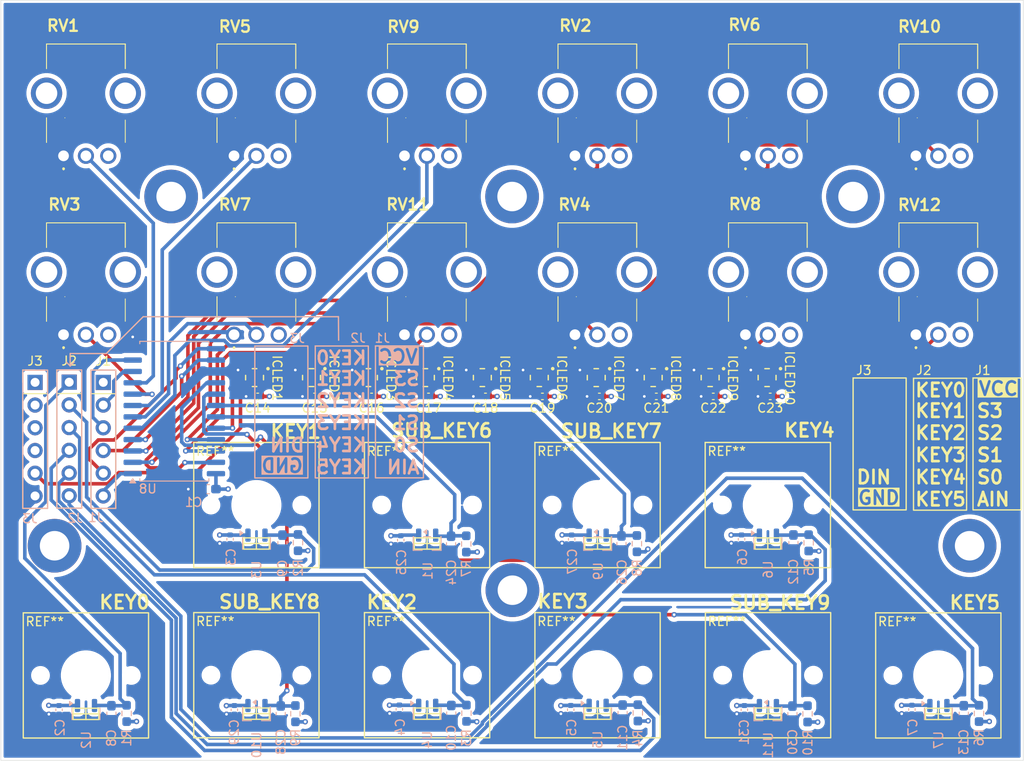
<source format=kicad_pcb>
(kicad_pcb (version 20241229) (generator "pcbnew") (generator_version "9.0")
  (layers (0 "F.Cu" signal) (4 "In1.Cu" signal) (6 "In2.Cu" signal) (2 "B.Cu" signal) (13 "F.Paste" user) (15 "B.Paste" user) (5 "F.SilkS" user "F.Silkscreen") (7 "B.SilkS" user "B.Silkscreen") (1 "F.Mask" user) (3 "B.Mask" user) (25 "Edge.Cuts" user))
  (net 0 "")
  (net 1 "VCC")
  (net 2 "GND")
  (net 3 "/KEY0")
  (net 4 "/KEY1")
  (net 5 "/KEY2")
  (net 6 "/KEY3")
  (net 7 "/KEY4")
  (net 8 "/KEY5")
  (net 9 "/L0")
  (net 10 "/L1")
  (net 11 "/L2")
  (net 12 "/L3")
  (net 13 "/R0")
  (net 14 "/R1")
  (net 15 "/R2")
  (net 16 "/R3")
  (net 17 "/LEDs/DIN")
  (net 18 "Net-(ICLED1-DOUT)")
  (net 19 "Net-(ICLED2-DOUT)")
  (net 20 "Net-(ICLED3-DOUT)")
  (net 21 "Net-(ICLED4-DOUT)")
  (net 22 "Net-(ICLED5-DOUT)")
  (net 23 "Net-(ICLED6-DOUT)")
  (net 24 "Net-(ICLED7-DOUT)")
  (net 25 "Net-(ICLED8-DOUT)")
  (net 26 "Net-(ICLED10-DIN)")
  (net 28 "Net-(J1-Pin_4)")
  (net 29 "Net-(J1-Pin_2)")
  (net 30 "Net-(J1-Pin_3)")
  (net 31 "Net-(J1-Pin_5)")
  (net 32 "/L4")
  (net 33 "/L5")
  (net 34 "/R4")
  (net 35 "/R5")
  (net 36 "/KEY8")
  (net 37 "/KEY9")
  (net 38 "Net-(J1-Pin_6)")
  (net 43 "/KEY6")
  (net 44 "/KEY7")
  (footprint "Capacitor_SMD:C_0402_1005Metric" (layer "F.Cu") (at 146.404545 109.3 180)
    (property "Reference" "C22")
    (property "Value" "100nF" (hide yes))
  )
  (footprint "My_Parts:RK09K1130A5R" (layer "F.Cu") (at 171.55 102.4)
    (property "Reference" "RV12")
    (property "Value" "10k" (hide yes))
  )
  (footprint "My_Parts:GATERON_KS-33C_ONLY" (layer "F.Cu") (at 133.475 121.45)
    (property "Reference" "REF**")
    (property "Value" "GATERON_KS-33C_ONLY" (hide yes))
  )
  (footprint "My_Parts:1312020030000" (layer "F.Cu") (at 107.872727 107.2 180)
    (property "Reference" "ICLED3")
    (property "Value" "~" (hide yes))
  )
  (footprint "Connector_PinHeader_2.54mm:PinHeader_1x06_P2.54mm_Vertical" (layer "F.Cu") (at 78.24 107.73)
    (property "Reference" "J1")
    (property "Value" "Conn_01x06" (hide yes))
  )
  (footprint "My_Parts:1312020030000" (layer "F.Cu") (at 95.145454 107.2 180)
    (property "Reference" "ICLED1")
    (property "Value" "~" (hide yes))
  )
  (footprint "Capacitor_SMD:C_0402_1005Metric" (layer "F.Cu") (at 120.95 109.3 180)
    (property "Reference" "C18")
    (property "Value" "100nF" (hide yes))
  )
  (footprint "My_Parts:GATERON_KS-33C_ONLY" (layer "F.Cu") (at 152.5 121.45)
    (property "Reference" "REF**")
    (property "Value" "GATERON_KS-33C_ONLY" (hide yes))
  )
  (footprint "My_Parts:RK09K1130A5R" (layer "F.Cu") (at 76.3 82.4)
    (property "Reference" "RV1")
    (property "Value" "10k" (hide yes))
  )
  (footprint "My_Parts:RK09K1130A5R" (layer "F.Cu") (at 152.5 102.4)
    (property "Reference" "RV8")
    (property "Value" "10k" (hide yes))
  )
  (footprint "My_Parts:1312020030000" (layer "F.Cu") (at 139.690909 107.2 180)
    (property "Reference" "ICLED8")
    (property "Value" "~" (hide yes))
  )
  (footprint "My_Parts:GATERON_KS-33C_ONLY" (layer "F.Cu") (at 76.3 140.5)
    (property "Reference" "REF**")
    (property "Value" "GATERON_KS-33C_ONLY" (hide yes))
  )
  (footprint "Capacitor_SMD:C_0402_1005Metric" (layer "F.Cu") (at 108.222727 109.3 180)
    (property "Reference" "C16")
    (property "Value" "100nF" (hide yes))
  )
  (footprint "My_Parts:GATERON_KS-33C_ONLY" (layer "F.Cu") (at 133.475 140.475)
    (property "Reference" "REF**")
    (property "Value" "GATERON_KS-33C_ONLY" (hide yes))
  )
  (footprint "Capacitor_SMD:C_0402_1005Metric" (layer "F.Cu") (at 152.768182 109.3 180)
    (property "Reference" "C23")
    (property "Value" "100nF" (hide yes))
  )
  (footprint "Capacitor_SMD:C_0402_1005Metric" (layer "F.Cu") (at 95.495454 109.3 180)
    (property "Reference" "C14")
    (property "Value" "100nF" (hide yes))
  )
  (footprint "My_Parts:RK09K1130A5R" (layer "F.Cu") (at 133.45 102.4)
    (property "Reference" "RV4")
    (property "Value" "10k" (hide yes))
  )
  (footprint "My_Parts:GATERON_KS-33C_ONLY" (layer "F.Cu") (at 95.35 140.475)
    (property "Reference" "REF**")
    (property "Value" "GATERON_KS-33C_ONLY" (hide yes))
  )
  (footprint "My_Parts:1312020030000" (layer "F.Cu") (at 101.509091 107.2 180)
    (property "Reference" "ICLED2")
    (property "Value" "~" (hide yes))
  )
  (footprint "My_Parts:1312020030000" (layer "F.Cu") (at 114.236363 107.2 180)
    (property "Reference" "ICLED4")
    (property "Value" "~" (hide yes))
  )
  (footprint "My_Parts:RK09K1130A5R" (layer "F.Cu") (at 95.35 82.4)
    (property "Reference" "RV5")
    (property "Value" "10k" (hide yes))
  )
  (footprint "My_Parts:1312020030000" (layer "F.Cu") (at 126.963636 107.2 180)
    (property "Reference" "ICLED6")
    (property "Value" "~" (hide yes))
  )
  (footprint "My_Parts:1312020030000" (layer "F.Cu") (at 146.054545 107.2 180)
    (property "Reference" "ICLED9")
    (property "Value" "~" (hide yes))
  )
  (footprint "Connector_PinHeader_2.54mm:PinHeader_1x06_P2.54mm_Vertical" (layer "F.Cu") (at 70.62 107.73)
    (property "Reference" "J3")
    (property "Value" "Conn_01x06" (hide yes))
  )
  (footprint "Capacitor_SMD:C_0402_1005Metric" (layer "F.Cu") (at 114.586363 109.3 180)
    (property "Reference" "C17")
    (property "Value" "100nF" (hide yes))
  )
  (footprint "My_Parts:GATERON_KS-33C_ONLY" (layer "F.Cu") (at 171.55 140.5)
    (property "Reference" "REF**")
    (property "Value" "GATERON_KS-33C_ONLY" (hide yes))
  )
  (footprint "My_Parts:1312020030000" (layer "F.Cu") (at 152.418182 107.2 180)
    (property "Reference" "ICLED10")
    (property "Value" "~" (hide yes))
  )
  (footprint "Capacitor_SMD:C_0402_1005Metric" (layer "F.Cu") (at 101.859091 109.3 180)
    (property "Reference" "C15")
    (property "Value" "100nF" (hide yes))
  )
  (footprint "My_Parts:RK09K1130A5R" (layer "F.Cu") (at 114.4 102.4)
    (property "Reference" "RV11")
    (property "Value" "10k" (hide yes))
  )
  (footprint "My_Parts:RK09K1130A5R" (layer "F.Cu") (at 76.3 102.4)
    (property "Reference" "RV3")
    (property "Value" "10k" (hide yes))
  )
  (footprint "My_Parts:RK09K1130A5R" (layer "F.Cu") (at 152.5 82.4)
    (property "Reference" "RV6")
    (property "Value" "10k" (hide yes))
  )
  (footprint "My_Parts:1312020030000" (layer "F.Cu") (at 120.6 107.2 180)
    (property "Reference" "ICLED5")
    (property "Value" "~" (hide yes))
  )
  (footprint "My_Parts:RK09K1130A5R" (layer "F.Cu") (at 133.45 82.4)
    (property "Reference" "RV2")
    (property "Value" "10k" (hide yes))
  )
  (footprint "My_Parts:1312020030000" (layer "F.Cu") (at 133.327273 107.2 180)
    (property "Reference" "ICLED7")
    (property "Value" "~" (hide yes))
  )
  (footprint "Connector_PinHeader_2.54mm:PinHeader_1x06_P2.54mm_Vertical" (layer "F.Cu") (at 74.43 107.71)
    (property "Reference" "J2")
    (property "Value" "Conn_01x06" (hide yes))
  )
  (footprint "My_Parts:GATERON_KS-33C_ONLY" (layer "F.Cu") (at 114.425 121.45)
    (property "Reference" "REF**")
    (property "Value" "GATERON_KS-33C_ONLY" (hide yes))
  )
  (footprint "Capacitor_SMD:C_0402_1005Metric" (layer "F.Cu") (at 133.677273 109.3 180)
    (property "Reference" "C20")
    (property "Value" "100nF" (hide yes))
  )
  (footprint "My_Parts:GATERON_KS-33C_ONLY" (layer "F.Cu") (at 152.525 140.475)
    (property "Reference" "REF**")
    (property "Value" "GATERON_KS-33C_ONLY" (hide yes))
  )
  (footprint "Capacitor_SMD:C_0402_1005Metric" (layer "F.Cu") (at 127.313636 109.3 180)
    (property "Reference" "C19")
    (property "Value" "100nF" (hide yes))
  )
  (footprint "My_Parts:RK09K1130A5R" (layer "F.Cu") (at 95.35 102.4)
    (property "Reference" "RV7")
    (property "Value" "10k" (hide yes))
  )
  (footprint "My_Parts:RK09K1130A5R" (layer "F.Cu") (at 114.4 82.4)
    (property "Reference" "RV9")
    (property "Value" "10k" (hide yes))
  )
  (footprint "Capacitor_SMD:C_0402_1005Metric" (layer "F.Cu") (at 140.040909 109.3 180)
    (property "Reference" "C21")
    (property "Value" "100nF" (hide yes))
  )
  (footprint "My_Parts:RK09K1130A5R" (layer "F.Cu") (at 171.55 82.4)
    (property "Reference" "RV10")
    (property "Value" "10k" (hide yes))
  )
  (footprint "My_Parts:GATERON_KS-33C_ONLY" (layer "F.Cu") (at 114.425 140.475)
    (property "Reference" "REF**")
    (property "Value" "GATERON_KS-33C_ONLY" (hide yes))
  )
  (footprint "My_Parts:GATERON_KS-33C_ONLY" (layer "F.Cu") (at 95.35 121.45)
    (property "Reference" "REF**")
    (property "Value" "GATERON_KS-33C_ONLY" (hide yes))
  )
  (footprint "Resistor_SMD:R_0603_1608Metric_Pad0.98x0.95mm_HandSolder" (layer "B.Cu") (at 137.975 144.6875 90)
    (property "Reference" "R4")
    (property "Value" "~" (hide yes))
  )
  (footprint "Capacitor_SMD:C_0603_1608Metric_Pad1.08x0.95mm_HandSolder" (layer "B.Cu") (at 174.4 144.75 -90)
    (property "Reference" "C13")
    (property "Value" "~" (hide yes))
  )
  (footprint "Resistor_SMD:R_0603_1608Metric_Pad0.98x0.95mm_HandSolder" (layer "B.Cu") (at 156.94 144.7975 90)
    (property "Reference" "R10")
    (property "Value" "~" (hide yes))
  )
  (footprint "Package_TO_SOT_SMD:SOT-23" (layer "B.Cu") (at 95.36 125.75 -90)
    (property "Reference" "U3")
    (property "Value" "DRV5056A3QDBZR" (hide yes))
  )
  (footprint "Resistor_SMD:R_0603_1608Metric_Pad0.98x0.95mm_HandSolder" (layer "B.Cu") (at 118.8025 125.7975 90)
    (property "Reference" "R7")
    (property "Value" "~" (hide yes))
  )
  (footprint "Capacitor_SMD:C_0603_1608Metric_Pad1.08x0.95mm_HandSolder" (layer "B.Cu") (at 155.25 144.79 -90)
    (property "Reference" "C30")
    (property "Value" "~" (hide yes))
  )
  (footprint "Capacitor_SMD:C_0402_1005Metric" (layer "B.Cu") (at 149.88 144.35 -90)
    (property "Reference" "C31")
    (property "Value" "10nF" (hide yes))
  )
  (footprint "Capacitor_SMD:C_0402_1005Metric" (layer "B.Cu") (at 149.5625 125.27325 -90)
    (property "Reference" "C6")
    (property "Value" "10nF")
  )
  (footprint "Package_TO_SOT_SMD:SOT-23" (layer "B.Cu") (at 152.51 144.8 -90)
    (property "Reference" "U11")
    (property "Value" "DRV5056A3QDBZR" (hide yes))
  )
  (footprint "Capacitor_SMD:C_0402_1005Metric" (layer "B.Cu") (at 111.4825 125.3675 -90)
    (property "Reference" "C25")
    (property "Value" "10nF" (hide yes))
  )
  (footprint "Capacitor_SMD:C_0402_1005Metric" (layer "B.Cu") (at 92.4125 125.27325 -90)
    (property "Reference" "C3")
    (property "Value" "10nF")
  )
  (footprint "Resistor_SMD:R_0603_1608Metric_Pad0.98x0.95mm_HandSolder" (layer "B.Cu") (at 176.1 144.75 90)
    (property "Reference" "R6")
    (property "Value" "~" (hide yes))
  )
  (footprint "Resistor_SMD:R_0603_1608Metric_Pad0.98x0.95mm_HandSolder" (layer "B.Cu") (at 157.0625 125.67325 90)
    (property "Reference" "R5")
    (property "Value" "~" (hide yes))
  )
  (footprint "Capacitor_SMD:C_0402_1005Metric" (layer "B.Cu") (at 130.475 144.3375 -90)
    (property "Reference" "C5")
    (property "Value" "10nF")
  )
  (footprint "Package_TO_SOT_SMD:SOT-23" (layer "B.Cu") (at 171.56 144.8 -90)
    (property "Reference" "U7")
    (property "Value" "DRV5056A3QDBZR" (hide yes))
  )
  (footprint "Capacitor_SMD:C_0603_1608Metric_Pad1.08x0.95mm_HandSolder" (layer "B.Cu") (at 89.9675 119.67 180)
    (property "Reference" "C1")
    (property "Value" "100nF" (hide yes))
  )
  (footprint "Package_TO_SOT_SMD:SOT-23" (layer "B.Cu") (at 76.31 144.8 -90)
    (property "Reference" "U2")
    (property "Value" "DRV5056A3QDBZR" (hide yes))
  )
  (footprint "Capacitor_SMD:C_0603_1608Metric_Pad1.08x0.95mm_HandSolder" (layer "B.Cu") (at 136.14512 125.77 -90)
    (property "Reference" "C26")
    (property "Value" "~" (hide yes))
  )
  (footprint "Resistor_SMD:R_0603_1608Metric_Pad0.98x0.95mm_HandSolder" (layer "B.Cu") (at 137.87 125.7675 90)
    (property "Reference" "R8")
    (property "Value" "~" (hide yes))
  )
  (footprint "Package_TO_SOT_SMD:SOT-23" (layer "B.Cu") (at 95.36 144.8 -90)
    (property "Reference" "U10")
    (property "Value" "DRV5056A3QDBZR" (hide yes))
  )
  (footprint "Package_TO_SOT_SMD:SOT-23" (layer "B.Cu") (at 114.435 125.75 -90)
    (property "Reference" "U1")
    (property "Value" "DRV5056A3QDBZR" (hide yes))
  )
  (footprint "Package_TO_SOT_SMD:SOT-23" (layer "B.Cu") (at 133.485 125.75 -90)
    (property "Reference" "U9")
    (property "Value" "DRV5056A3QDBZR" (hide yes))
  )
  (footprint "Package_TO_SOT_SMD:SOT-23" (layer "B.Cu") (at 152.51 125.75 -90)
    (property "Reference" "U6")
    (property "Value" "DRV5056A3QDBZR" (hide yes))
  )
  (footprint "Capacitor_SMD:C_0603_1608Metric_Pad1.08x0.95mm_HandSolder" (layer "B.Cu") (at 98.07 144.78 -90)
    (property "Reference" "C28")
    (property "Value" "~" (hide yes))
  )
  (footprint "Package_TO_SOT_SMD:SOT-23" (layer "B.Cu") (at 114.435 144.775 -90)
    (property "Reference" "U4")
    (property "Value" "DRV5056A3QDBZR" (hide yes))
  )
  (footprint "Capacitor_SMD:C_0402_1005Metric" (layer "B.Cu") (at 111.325 144.2875 -90)
    (property "Reference" "C4")
    (property "Value" "10nF")
  )
  (footprint "Resistor_SMD:R_0603_1608Metric_Pad0.98x0.95mm_HandSolder" (layer "B.Cu") (at 80.85 144.75 90)
    (property "Reference" "R1")
    (property "Value" "~" (hide yes))
  )
  (footprint "Capacitor_SMD:C_0603_1608Metric_Pad1.08x0.95mm_HandSolder" (layer "B.Cu") (at 98.2625 125.67325 -90)
    (property "Reference" "C9")
    (property "Value" "~" (hide yes))
  )
  (footprint "Capacitor_SMD:C_0603_1608Metric_Pad1.08x0.95mm_HandSolder" (layer "B.Cu") (at 117.125 144.725 -90)
    (property "Reference" "C10")
    (property "Value" "~" (hide yes))
  )
  (footprint "Capacitor_SMD:C_0402_1005Metric" (layer "B.Cu") (at 73.3 144.35 -90)
    (property "Reference" "C2")
    (property "Value" "10nF")
  )
  (footprint "Resistor_SMD:R_0603_1608Metric_Pad0.98x0.95mm_HandSolder" (layer "B.Cu") (at 99.71 144.78 90)
    (property "Reference" "R9")
    (property "Value" "~" (hide yes))
  )
  (footprint "Capacitor_SMD:C_0603_1608Metric_Pad1.08x0.95mm_HandSolder" (layer "B.Cu") (at 136.275 144.675 -90)
    (property "Reference" "C11")
    (property "Value" "~" (hide yes))
  )
  (footprint "Package_TO_SOT_SMD:SOT-23" (layer "B.Cu") (at 133.485 144.775 -90)
    (property "Reference" "U5")
    (property "Value" "DRV5056A3QDBZR" (hide yes))
  )
  (footprint "Resistor_SMD:R_0603_1608Metric_Pad0.98x0.95mm_HandSolder" (layer "B.Cu") (at 118.825 144.725 90)
    (property "Reference" "R3")
    (property "Value" "~" (hide yes))
  )
  (footprint "Capacitor_SMD:C_0603_1608Metric_Pad1.08x0.95mm_HandSolder" (layer "B.Cu") (at 117.1025 125.7975 -90)
    (property "Reference" "C24")
    (property "Value" "~" (hide yes))
  )
  (footprint "Capacitor_SMD:C_0603_1608Metric_Pad1.08x0.95mm_HandSolder" (layer "B.Cu") (at 155.3625 125.66075 -90)
    (property "Reference" "C12")
    (property "Value" "~" (hide yes))
  )
  (footprint "Resistor_SMD:R_0603_1608Metric_Pad0.98x0.95mm_HandSolder" (layer "B.Cu") (at 100 125.65 90)
    (property "Reference" "R2")
    (property "Value" "~" (hide yes))
  )
  (footprint "Capacitor_SMD:C_0402_1005Metric" (layer "B.Cu") (at 168.6 144.3125 -90)
    (property "Reference" "C7")
    (property "Value" "10nF")
  )
  (footprint "Capacitor_SMD:C_0402_1005Metric" (layer "B.Cu") (at 130.58 125.2775 -90)
    (property "Reference" "C27")
    (property "Value" "10nF" (hide yes))
  )
  (footprint "Package_SO:SOIC-24W_7.5x15.4mm_P1.27mm" (layer "B.Cu") (at 86.18 110.955)
    (property "Reference" "U8")
    (property "Value" "CD74HC4067M" (hide yes))
  )
  (footprint "Capacitor_SMD:C_0402_1005Metric" (layer "B.Cu") (at 92.89 144.35 -90)
    (property "Reference" "C29")
    (property "Value" "10nF" (hide yes))
  )
  (footprint "Capacitor_SMD:C_0603_1608Metric_Pad1.08x0.95mm_HandSolder" (layer "B.Cu") (at 79.15 144.75 -90)
    (property "Reference" "C8")
    (property "Value" "~" (hide yes))
  )
  (gr_rect (start 175.43 107.24) (end 180.79 121.99) (stroke (width 0.15)) (fill no) (layer "F.SilkS"))
  (gr_rect (start 168.78 107.27) (end 174.71 122.02) (stroke (width 0.15)) (fill no) (layer "F.SilkS"))
  (gr_rect (start 162.03 107.24) (end 167.96 121.99) (stroke (width 0.15)) (fill no) (layer "F.SilkS"))
  (gr_rect (start 108.655952 103.656222) (end 114.015952 118.406222) (stroke (width 0.15)) (fill no) (layer "B.SilkS"))
  (gr_line (start 74.54 104.51) (end 74.54 105.89) (stroke (width 0.15)) (layer "B.SilkS"))
  (gr_rect (start 73.06 106.34) (end 75.83 121.8) (stroke (width 0.15)) (fill no) (layer "B.SilkS"))
  (gr_rect (start 101.93 103.666222) (end 107.86 118.416222) (stroke (width 0.15)) (fill no) (layer "B.SilkS"))
  (gr_rect (start 69.25 106.36) (end 72.02 121.82) (stroke (width 0.15)) (fill no) (layer "B.SilkS"))
  (gr_rect (start 95.175952 103.666222) (end 101.105952 118.416222) (stroke (width 0.15)) (fill no) (layer "B.SilkS"))
  (gr_line (start 74.54 105.89) (end 74.13 105.48) (stroke (width 0.15)) (layer "B.SilkS"))
  (gr_line (start 104.52 100.39) (end 83.84 100.39) (stroke (width 0.15)) (layer "B.SilkS"))
  (gr_line (start 74.54 105.89) (end 74.98 105.45) (stroke (width 0.15)) (layer "B.SilkS"))
  (gr_rect (start 76.87 106.36) (end 79.64 121.82) (stroke (width 0.15)) (fill no) (layer "B.SilkS"))
  (gr_line (start 104.54 103.01) (end 104.52 100.39) (stroke (width 0.15)) (layer "B.SilkS"))
  (gr_line (start 83.84 100.39) (end 82.7 100.39) (stroke (width 0.15)) (layer "B.SilkS"))
  (gr_line (start 78.58 104.51) (end 74.54 104.51) (stroke (width 0.15)) (layer "B.SilkS"))
  (gr_line (start 82.7 100.39) (end 78.58 104.51) (stroke (width 0.15)) (layer "B.SilkS"))
  (gr_rect (start 66.8 65) (end 181.05 150) (stroke (width 0.05)) (fill no) (layer "Edge.Cuts"))
  (gr_text "AIN" (at 175.71 121.68 0) (layer "F.SilkS") (effects (font (size 1.5 1.5) (thickness 0.3) (bold yes)) (justify left bottom)))
  (gr_text "SUB_KEY8" (at 91.01 133.15 0) (layer "F.SilkS") (effects (font (size 1.5 1.5) (thickness 0.3) (bold yes)) (justify left bottom)))
  (gr_text "SUB_KEY9" (at 148.06 133.25 0) (layer "F.SilkS") (effects (font (size 1.5 1.5) (thickness 0.3) (bold yes)) (justify left bottom)))
  (gr_text "S1" (at 175.71 116.733778 0) (layer "F.SilkS") (effects (font (size 1.5 1.5) (thickness 0.3) (bold yes)) (justify left bottom)))
  (gr_text "S2" (at 175.71 114.260666 0) (layer "F.SilkS") (effects (font (size 1.5 1.5) (thickness 0.3) (bold yes)) (justify left bottom)))
  (gr_text "VCC" (at 175.916667 109.314444 0) (layer "F.SilkS" knockout) (effects (font (size 1.5 1.5) (thickness 0.3) (bold yes)) (justify left bottom)))
  (gr_text "J2" (at 168.98 106.97 0) (layer "F.SilkS") (effects (font (size 1 1)) (justify left bottom)))
  (gr_text "KEY1" (at 96.76 114.12 0) (layer "F.SilkS") (effects (font (size 1.5 1.5) (thickness 0.3) (bold yes)) (justify left bottom)))
  (gr_text "SUB_KEY6" (at 110.26 114 0) (layer "F.SilkS") (effects (font (size 1.5 1.5) (thickness 0.3) (bold yes)) (justify left bottom)))
  (gr_text "KEY2" (at 168.82 114.260666 0) (layer "F.SilkS") (effects (font (size 1.5 1.5) (thickness 0.3) (bold yes)) (justify left bottom)))
  (gr_text "KEY3" (at 126.6 133.1 0) (layer "F.SilkS") (effects (font (size 1.5 1.5) (thickness 0.3) (bold yes)) (justify left bottom)))
  (gr_text "J3" (at 162.27 106.97 0) (layer "F.SilkS") (effects (font (size 1 1)) (justify left bottom)))
  (gr_text "GND" (at 162.42 121.513333 0) (layer "F.SilkS" knockout) (effects (font (size 1.5 1.5) (thickness 0.3) (bold yes)) (justify left bottom)))
  (gr_text "KEY5" (at 172.65 133.24 0) (layer "F.SilkS") (effects (font (size 1.5 1.5) (thickness 0.3) (bold yes)) (justify left bottom)))
  (gr_text "S3" (at 175.696667 111.787555 0) (layer "F.SilkS") (effects (font (size 1.5 1.5) (thickness 0.3) (bold yes)) (justify left bottom)))
  (gr_text "DIN" (at 162.253333 119.206889 0) (layer "F.SilkS") (effects (font (size 1.5 1.5) (thickness 0.3) (bold yes)) (justify left bottom)))
  (gr_text "J1" (at 175.59 106.97 0) (layer "F.SilkS") (effects (font (size 1 1)) (justify left bottom)))
  (gr_text "KEY4" (at 168.82 119.206889 0) (layer "F.SilkS") (effects (font (size 1.5 1.5) (thickness 0.3) (bold yes)) (justify left bottom)))
  (gr_text "S0" (at 175.71 119.206889 0) (layer "F.SilkS") (effects (font (size 1.5 1.5) (thickness 0.3) (bold yes)) (justify left bottom)))
  (gr_text "SUB_KEY7" (at 129.21 114.05 0) (layer "F.SilkS") (effects (font (size 1.5 1.5) (thickness 0.3) (bold yes)) (justify left bottom)))
  (gr_text "KEY0" (at 168.82 109.481111 0) (layer "F.SilkS") (effects (font (size 1.5 1.5) (thickness 0.3) (bold yes)) (justify left bottom)))
  (gr_text "KEY5" (at 168.82 121.68 0) (layer "F.SilkS") (effects (font (size 1.5 1.5) (thickness 0.3) (bold yes)) (justify left bottom)))
  (gr_text "KEY1" (at 168.82 111.787555 0) (layer "F.SilkS") (effects (font (size 1.5 1.5) (thickness 0.3) (bold yes)) (justify left bottom)))
  (gr_text "KEY0" (at 77.63 133.2 0) (layer "F.SilkS") (effects (font (size 1.5 1.5) (thickness 0.3) (bold yes)) (justify left bottom)))
  (gr_text "KEY4" (at 154.16 113.97 0) (layer "F.SilkS") (effects (font (size 1.5 1.5) (thickness 0.3) (bold yes)) (justify left bottom)))
  (gr_text "KEY2" (at 107.5 133.19 0) (layer "F.SilkS") (effects (font (size 1.5 1.5) (thickness 0.3) (bold yes)) (justify left bottom)))
  (gr_text "KEY3" (at 168.82 116.733778 0) (layer "F.SilkS") (effects (font (size 1.5 1.5) (thickness 0.3) (bold yes)) (justify left bottom)))
  (gr_text "S1" (at 113.735952 113.15 -0) (layer "B.SilkS") (effects (font (size 1.5 1.5) (thickness 0.3) (bold yes)) (justify left bottom mirror)))
  (gr_text "AIN" (at 113.735952 118.096222 -0) (layer "B.SilkS") (effects (font (size 1.5 1.5) (thickness 0.3) (bold yes)) (justify left bottom mirror)))
  (gr_text "J1" (at 110.38 103.37 -0) (layer "B.SilkS") (effects (font (size 1 1)) (justify left bottom mirror)))
  (gr_text "KEY4" (at 107.82 115.603111 -0) (layer "B.SilkS") (effects (font (size 1.5 1.5) (thickness 0.3) (bold yes)) (justify left bottom mirror)))
  (gr_text "J2" (at 107.66 103.366222 -0) (layer "B.SilkS") (effects (font (size 1 1)) (justify left bottom mirror)))
  (gr_text "VCC" (at 113.529285 105.730666 -0) (layer "B.SilkS" knockout) (effects (font (size 1.5 1.5) (thickness 0.3) (bold yes)) (justify left bottom mirror)))
  (gr_text "S3" (at 113.749285 108.203777 -0) (layer "B.SilkS") (effects (font (size 1.5 1.5) (thickness 0.3) (bold yes)) (justify left bottom mirror)))
  (gr_text "S2" (at 113.735952 110.676888 -0) (layer "B.SilkS") (effects (font (size 1.5 1.5) (thickness 0.3) (bold yes)) (justify left bottom mirror)))
  (gr_text "DIN" (at 100.882619 115.633111 -0) (layer "B.SilkS") (effects (font (size 1.5 1.5) (thickness 0.3) (bold yes)) (justify left bottom mirror)))
  (gr_text "KEY0" (at 107.82 105.877333 -0) (layer "B.SilkS") (effects (font (size 1.5 1.5) (thickness 0.3) (bold yes)) (justify left bottom mirror)))
  (gr_text "KEY3" (at 107.82 113.13 -0) (layer "B.SilkS") (effects (font (size 1.5 1.5) (thickness 0.3) (bold yes)) (justify left bottom mirror)))
  (gr_text "J3" (at 100.865952 103.396222 -0) (layer "B.SilkS") (effects (font (size 1 1)) (justify left bottom mirror)))
  (gr_text "KEY5" (at 107.82 118.076222 -0) (layer "B.SilkS") (effects (font (size 1.5 1.5) (thickness 0.3) (bold yes)) (justify left bottom mirror)))
  (gr_text "S0" (at 113.735952 115.623111 -0) (layer "B.SilkS") (effects (font (size 1.5 1.5) (thickness 0.3) (bold yes)) (justify left bottom mirror)))
  (gr_text "J2" (at 76.05 123.5 -0) (layer "B.SilkS") (effects (font (size 1 1)) (justify left bottom mirror)))
  (gr_text "GND" (at 100.715952 117.939555 -0) (layer "B.SilkS" knockout) (effects (font (size 1.5 1.5) (thickness 0.3) (bold yes)) (justify left bottom mirror)))
  (gr_text "KEY1" (at 107.82 108.183777 -0) (layer "B.SilkS") (effects (font (size 1.5 1.5) (thickness 0.3) (bold yes)) (justify left bottom mirror)))
  (gr_text "KEY2" (at 107.82 110.656888 -0) (layer "B.SilkS") (effects (font (size 1.5 1.5) (thickness 0.3) (bold yes)) (justify left bottom mirror)))
  (gr_text "J1" (at 78.36 123.43 -0) (layer "B.SilkS") (effects (font (size 1 1)) (justify left bottom mirror)))
  (gr_text "J3" (at 70.99 123.55 -0) (layer "B.SilkS") (effects (font (size 1 1)) (justify left bottom mirror)))
  (via (at 123.96 130.97) (size 6) (drill 3.3) (layers "F.Cu" "B.Cu") (net 0))
  (via (at 72.8 126) (size 6) (drill 3.3) (layers "F.Cu" "B.Cu") (net 0))
  (via (at 85.825 86.95) (size 6) (drill 3.3) (layers "F.Cu" "B.Cu") (net 0))
  (via (at 175.05 126) (size 6) (drill 3.3) (layers "F.Cu" "B.Cu") (net 0))
  (via (at 162.025 86.95) (size 6) (drill 3.3) (layers "F.Cu" "B.Cu") (net 0))
  (via (at 123.925 86.95) (size 6) (drill 3.3) (layers "F.Cu" "B.Cu") (net 0))
  (segment (start 108.702727 108.07) (end 108.722727 108.05) (width 0.4) (layer "F.Cu") (net 1))
  (segment (start 115.066363 108.07) (end 115.086363 108.05) (width 0.4) (layer "F.Cu") (net 1))
  (segment (start 120.03 126.7) (end 120.05 126.72) (width 0.4) (layer "F.Cu") (net 1))
  (segment (start 153.248182 109.3) (end 153.248182 108.07) (width 0.4) (layer "F.Cu") (net 1))
  (segment (start 121.43 109.3) (end 121.43 108.07) (width 0.4) (layer "F.Cu") (net 1))
  (segment (start 140.520909 108.07) (end 140.540909 108.05) (width 0.4) (layer "F.Cu") (net 1))
  (segment (start 115.066363 109.3) (end 115.066363 108.07) (width 0.4) (layer "F.Cu") (net 1))
  (segment (start 146.884545 109.3) (end 147.7 109.3) (width 0.4) (layer "F.Cu") (net 1))
  (segment (start 134.157273 109.3) (end 134.157273 108.07) (width 0.4) (layer "F.Cu") (net 1))
  (segment (start 140.520909 109.3) (end 141.35 109.3) (width 0.4) (layer "F.Cu") (net 1))
  (segment (start 95.975454 109.3) (end 95.975454 108.07) (width 0.4) (layer "F.Cu") (net 1))
  (segment (start 102.339091 108.07) (end 102.359091 108.05) (width 0.4) (layer "F.Cu") (net 1))
  (segment (start 146.884545 109.3) (end 146.884545 108.07) (width 0.4) (layer "F.Cu") (net 1))
  (segment (start 140.520909 109.3) (end 140.520909 108.07) (width 0.4) (layer "F.Cu") (net 1))
  (segment (start 95.975454 109.3) (end 96.8 109.3) (width 0.4) (layer "F.Cu") (net 1))
  (segment (start 121.43 108.07) (end 121.45 108.05) (width 0.4) (layer "F.Cu") (net 1))
  (segment (start 153.248182 109.3) (end 154.1 109.3) (width 0.4) (layer "F.Cu") (net 1))
  (segment (start 102.339091 109.3) (end 102.339091 108.07) (width 0.4) (layer "F.Cu") (net 1))
  (segment (start 115.066363 109.3) (end 115.9 109.3) (width 0.4) (layer "F.Cu") (net 1))
  (segment (start 146.884545 108.07) (end 146.904545 108.05) (width 0.4) (layer "F.Cu") (net 1))
  (segment (start 108.702727 109.3) (end 108.702727 108.07) (width 0.4) (layer "F.Cu") (net 1))
  (segment (start 121.43 109.3) (end 122.25 109.3) (width 0.4) (layer "F.Cu") (net 1))
  (segment (start 95.975454 108.07) (end 95.995454 108.05) (width 0.4) (layer "F.Cu") (net 1))
  (segment (start 108.702727 109.3) (end 109.55 109.3) (width 0.4) (layer "F.Cu") (net 1))
  (segment (start 127.793636 109.3) (end 127.793636 108.07) (width 0.4) (layer "F.Cu") (net 1))
  (segment (start 134.157273 108.07) (end 134.177273 108.05) (width 0.4) (layer "F.Cu") (net 1))
  (segment (start 153.248182 108.07) (end 153.268182 108.05) (width 0.4) (layer "F.Cu") (net 1))
  (segment (start 134.157273 109.3) (end 135 109.3) (width 0.4) (layer "F.Cu") (net 1))
  (segment (start 127.793636 108.07) (end 127.813636 108.05) (width 0.4) (layer "F.Cu") (net 1))
  (segment (start 127.793636 109.3) (end 128.65 109.3) (width 0.4) (layer "F.Cu") (net 1))
  (segment (start 102.339091 109.3) (end 103.2 109.3) (width 0.4) (layer "F.Cu") (net 1))
  (via (at 100.8 145.68) (size 0.6) (drill 0.3) (layers "F.Cu" "B.Cu") (net 1))
  (via (at 141.35 109.3) (size 0.6) (drill 0.3) (layers "F.Cu" "B.Cu") (net 1))
  (via (at 110.225 143.825) (size 0.6) (drill 0.3) (layers "F.Cu" "B.Cu") (net 1))
  (via (at 158.2 126.6) (size 0.6) (drill 0.3) (layers "F.Cu" "B.Cu") (net 1))
  (via (at 149.03 143.87) (size 0.6) (drill 0.3) (layers "F.Cu" "B.Cu") (net 1))
  (via (at 139.125 145.575) (size 0.6) (drill 0.3) (layers "F.Cu" "B.Cu") (net 1))
  (via (at 135 109.3) (size 0.6) (drill 0.3) (layers "F.Cu" "B.Cu") (net 1))
  (via (at 92.19 119.66) (size 0.6) (drill 0.3) (layers "F.Cu" "B.Cu") (net 1))
  (via (at 96.8 109.3) (size 0.6) (drill 0.3) (layers "F.Cu" "B.Cu") (net 1))
  (via (at 139.096201 126.376201) (size 0.6) (drill 0.3) (layers "F.Cu" "B.Cu") (net 1))
  (via (at 103.2 109.3) (size 0.6) (drill 0.3) (layers "F.Cu" "B.Cu") (net 1))
  (via (at 72.15 143.85) (size 0.6) (drill 0.3) (layers "F.Cu" "B.Cu") (net 1))
  (via (at 129.375 143.875) (size 0.6) (drill 0.3) (layers "F.Cu" "B.Cu") (net 1))
  (via (at 129.51 124.79) (size 0.6) (drill 0.3) (layers "F.Cu" "B.Cu") (net 1))
  (via (at 154.1 109.3) (size 0.6) (drill 0.3) (layers "F.Cu" "B.Cu") (net 1))
  (via (at 158.07 145.72) (size 0.6) (drill 0.3) (layers "F.Cu" "B.Cu") (net 1))
  (via (at 119.975 145.675) (size 0.6) (drill 0.3) (layers "F.Cu" "B.Cu") (net 1))
  (via (at 91.25 124.8) (size 0.6) (drill 0.3) (layers "F.Cu" "B.Cu") (net 1))
  (via (at 110.39 124.88) (size 0.6) (drill 0.3) (layers "F.Cu" "B.Cu") (net 1))
  (via (at 115.9 109.3) (size 0.6) (drill 0.3) (layers "F.Cu" "B.Cu") (net 1))
  (via (at 148.4 124.8) (size 0.6) (drill 0.3) (layers "F.Cu" "B.Cu") (net 1))
  (via (at 147.7 109.3) (size 0.6) (drill 0.3) (layers "F.Cu" "B.Cu") (net 1))
  (via (at 120.03 126.7) (size 0.6) (drill 0.3) (layers "F.Cu" "B.Cu") (net 1))
  (via (at 177.25 145.65) (size 0.6) (drill 0.3) (layers "F.Cu" "B.Cu") (net 1))
  (via (at 109.55 109.3) (size 0.6) (drill 0.3) (layers "F.Cu" "B.Cu") (net 1))
  (via (at 101.1 126.55) (size 0.6) (drill 0.3) (layers "F.Cu" "B.Cu") (net 1))
  (via (at 122.25 109.3) (size 0.6) (drill 0.3) (layers "F.Cu" "B.Cu") (net 1))
  (via (at 167.45 143.85) (size 0.6) (drill 0.3) (layers "F.Cu" "B.Cu") (net 1))
  (via (at 128.65 109.3) (size 0.6) (drill 0.3) (layers "F.Cu" "B.Cu") (net 1))
  (via (at 81.95 145.65) (size 0.6) (drill 0.3) (layers "F.Cu" "B.Cu") (net 1))
  (via (at 92 143.88) (size 0.6) (drill 0.3) (layers "F.Cu" "B.Cu") (net 1))
  (segment (start 75.35 143.8625) (end 73.3125 143.8625) (width 0.4) (layer "B.Cu") (net 1))
  (segment (start 148.40675 124.79325) (end 148.4 124.8) (width 0.4) (layer "B.Cu") (net 1))
  (segment (start 149.8875 143.8625) (end 149.88 143.87) (width 0.4) (layer "B.Cu") (net 1))
  (segment (start 129.5175 124.7975) (end 129.51 124.79) (width 0.4) (layer "B.Cu") (net 1))
  (segment (start 111.355 143.8375) (end 111.325 143.8075) (width 0.4) (layer "B.Cu") (net 1))
  (segment (start 72.175 143.875) (end 72.15 143.85) (width 0.4) (layer "B.Cu") (net 1))
  (segment (start 73.3125 143.8625) (end 73.3 143.875) (width 0.4) (layer "B.Cu") (net 1))
  (segment (start 111.4825 124.8875) (end 110.3975 124.8875) (width 0.4) (layer "B.Cu") (net 1))
  (segment (start 167.4675 143.8325) (end 167.45 143.85) (width 0.4) (layer "B.Cu") (net 1))
  (segment (start 176.1 145.6625) (end 177.2375 145.6625) (width 0.4) (layer "B.Cu") (net 1))
  (segment (start 177.2375 145.6625) (end 177.25 145.65) (width 0.4) (layer "B.Cu") (net 1))
  (segment (start 92.43175 124.8125) (end 92.4125 124.79325) (width 0.4) (layer "B.Cu") (net 1))
  (segment (start 99.71 145.6925) (end 100.7875 145.6925) (width 0.4) (layer "B.Cu") (net 1))
  (segment (start 168.6 143.8325) (end 170.57 143.8325) (width 0.4) (layer "B.Cu") (net 1))
  (segment (start 132.505 143.8575) (end 132.525 143.8375) (width 0.4) (layer "B.Cu") (net 1))
  (segment (start 130.475 143.8575) (end 132.505 143.8575) (width 0.4) (layer "B.Cu") (net 1))
  (segment (start 92.40575 124.8) (end 92.4125 124.79325) (width 0.4) (layer "B.Cu") (net 1))
  (segment (start 151.56 143.8625) (end 149.8875 143.8625) (width 0.4) (layer "B.Cu") (net 1))
  (segment (start 151.53075 124.79325) (end 151.55 124.8125) (width 0.4) (layer "B.Cu") (net 1))
  (segment (start 149.5625 124.79325) (end 148.40675 124.79325) (width 0.4) (layer "B.Cu") (net 1))
  (segment (start 94.4 124.8125) (end 92.43175 124.8125) (width 0.4) (layer "B.Cu") (net 1))
  (segment (start 110.3975 124.8875) (end 110.39 124.88) (width 0.4) (layer "B.Cu") (net 1))
  (segment (start 130.58 124.7975) (end 129.5175 124.7975) (width 0.4) (layer "B.Cu") (net 1))
  (segment (start 138.792402 126.68) (end 139.096201 126.376201) (width 0.4) (layer "B.Cu") (net 1))
  (segment (start 90.83 119.67) (end 92.18 119.67) (width 0.4) (layer "B.Cu") (net 1))
  (segment (start 92.01 143.87) (end 92 143.88) (width 0.4) (layer "B.Cu") (net 1))
  (segment (start 118.8025 126.71) (end 120.02 126.71) (width 0.4) (layer "B.Cu") (net 1))
  (segment (start 137.87 126.68) (end 138.792402 126.68) (width 0.4) (layer "B.Cu") (net 1))
  (segment (start 111.3075 143.825) (end 111.325 143.8075) (width 0.4) (layer "B.Cu") (net 1))
  (segment (start 92.89 143.87) (end 92.01 143.87) (width 0.4) (layer "B.Cu") (net 1))
  (segment (start 149.5625 124.79325) (end 151.53075 124.79325) (width 0.4) (layer "B.Cu") (net 1))
  (segment (start 100 126.5625) (end 101.0875 126.5625) (width 0.4) (layer "B.Cu") (net 1))
  (segment (start 130.475 143.8575) (end 129.3925 143.8575) (width 0.4) (layer "B.Cu") (net 1))
  (segment (start 113.475 143.8375) (end 111.355 143.8375) (width 0.4) (layer "B.Cu") (net 1))
  (segment (start 137.975 145.6) (end 139.1 145.6) (width 0.4) (layer "B.Cu") (net 1))
  (segment (start 132.535 124.8125) (end 130.595 124.8125) (width 0.4) (layer "B.Cu") (net 1))
  (segment (start 120.02 126.71) (end 120.03 126.7) (width 0.4) (layer "B.Cu") (net 1))
  (segment (start 92.18 119.67) (end 92.19 119.66) (width 0.4) (layer "B.Cu") (net 1))
  (segment (start 94.41 143.8625) (end 92.8975 143.8625) (width 0.4) (layer "B.Cu") (net 1))
  (segment (start 111.5575 124.8125) (end 111.4825 124.8875) (width 0.4) (layer "B.Cu") (net 1))
  (segment (start 80.85 145.6625) (end 81.9375 145.6625) (width 0.4) (layer "B.Cu") (net 1))
  (segment (start 110.2375 143.8125) (end 110.225 143.825) (width 0.4) (layer "B.Cu") (net 1))
  (segment (start 92.8975 143.8625) (end 92.89 143.87) (width 0.4) (layer "B.Cu") (net 1))
  (segment (start 168.6 143.8325) (end 167.4675 143.8325) (width 0.4) (layer "B.Cu") (net 1))
  (segment (start 170.57 143.8325) (end 170.6 143.8625) (width 0.4) (layer "B.Cu") (net 1))
  (segment (start 158.06 145.71) (end 158.07 145.72) (width 0.4) (layer "B.Cu") (net 1))
  (segment (start 90.83 119.67) (end 90.83 117.94) (width 0.4) (layer "B.Cu") (net 1))
  (segment (start 156.94 145.71) (end 158.06 145.71) (width 0.4) (layer "B.Cu") (net 1))
  (segment (start 157.0625 126.58575) (end 158.18575 126.58575) (width 0.4) (layer "B.Cu") (net 1))
  (segment (start 91.25175 124.79825) (end 91.25 124.8) (width 0.4) (layer "B.Cu") (net 1))
  (segment (start 113.485 124.8125) (end 111.5575 124.8125) (width 0.4) (layer "B.Cu") (net 1))
  (segment (start 118.825 145.6375) (end 119.9375 145.6375) (width 0.4) (layer "B.Cu") (net 1))
  (segment (start 73.3 143.875) (end 72.175 143.875) (width 0.4) (layer "B.Cu") (net 1))
  (segment (start 158.18575 126.58575) (end 158.2 126.6) (width 0.4) (layer "B.Cu") (net 1))
  (segment (start 81.9375 145.6625) (end 81.95 145.65) (width 0.4) (layer "B.Cu") (net 1))
  (segment (start 110.225 143.825) (end 111.3075 143.825) (width 0.4) (layer "B.Cu") (net 1))
  (segment (start 129.3925 143.8575) (end 129.375 143.875) (width 0.4) (layer "B.Cu") (net 1))
  (segment (start 139.1 145.6) (end 139.125 145.575) (width 0.4) (layer "B.Cu") (net 1))
  (segment (start 130.595 124.8125) (end 130.58 124.7975) (width 0.4) (layer "B.Cu") (net 1))
  (segment (start 149.88 143.87) (end 149.03 143.87) (width 0.4) (layer "B.Cu") (net 1))
  (segment (start 91.25 124.8) (end 92.40575 124.8) (width 0.4) (layer "B.Cu") (net 1))
  (segment (start 101.0875 126.5625) (end 101.1 126.55) (width 0.4) (layer "B.Cu") (net 1))
  (segment (start 100.7875 145.6925) (end 100.8 145.68) (width 0.4) (layer "B.Cu") (net 1))
  (segment (start 119.9375 145.6375) (end 119.975 145.675) (width 0.4) (layer "B.Cu") (net 1))
  (segment (start 100.659091 106.35) (end 99.7 106.35) (width 0.4) (layer "F.Cu") (net 2))
  (segment (start 126.113636 106.35) (end 125.15 106.35) (width 0.4) (layer "F.Cu") (net 2))
  (segment (start 95.015454 109.3) (end 94.2 109.3) (width 0.4) (layer "F.Cu") (net 2))
  (segment (start 114.106363 109.3) (end 113.25 109.3) (width 0.4) (layer "F.Cu") (net 2))
  (segment (start 145.924545 109.3) (end 145.05 109.3) (width 0.4) (layer "F.Cu") (net 2))
  (segment (start 132.477273 106.35) (end 131.5 106.35) (width 0.4) (layer "F.Cu") (net 2))
  (segment (start 152.288182 109.3) (end 151.4 109.3) (width 0.4) (layer "F.Cu") (net 2))
  (segment (start 94.295454 106.35) (end 93.3 106.35) (width 0.4) (layer "F.Cu") (net 2))
  (segment (start 107.742727 109.3) (end 106.9 109.3) (width 0.4) (layer "F.Cu") (net 2))
  (segment (start 120.47 109.3) (end 119.6 109.3) (width 0.4) (layer "F.Cu") (net 2))
  (segment (start 133.197273 109.3) (end 132.3 109.3) (width 0.4) (layer "F.Cu") (net 2))
  (segment (start 145.204545 106.35) (end 144.25 106.35) (width 0.4) (layer "F.Cu") (net 2))
  (segment (start 119.75 106.35) (end 118.8 106.35) (width 0.4) (layer "F.Cu") (net 2))
  (segment (start 151.568182 106.35) (end 150.6 106.35) (width 0.4) (layer "F.Cu") (net 2))
  (segment (start 126.833636 109.3) (end 125.95 109.3) (width 0.4) (layer "F.Cu") (net 2))
  (segment (start 101.379091 109.3) (end 100.5 109.3) (width 0.4) (layer "F.Cu") (net 2))
  (segment (start 107.022727 106.35) (end 106.05 106.35) (width 0.4) (layer "F.Cu") (net 2))
  (segment (start 113.386363 106.35) (end 112.4 106.35) (width 0.4) (layer "F.Cu") (net 2))
  (segment (start 139.560909 109.3) (end 138.7 109.3) (width 0.4) (layer "F.Cu") (net 2))
  (segment (start 138.840909 106.35) (end 137.9 106.35) (width 0.4) (layer "F.Cu") (net 2))
  (via (at 112.4 106.35) (size 0.6) (drill 0.3) (layers "F.Cu" "B.Cu") (net 2))
  (via (at 145.05 109.3) (size 0.6) (drill 0.3) (layers "F.Cu" "B.Cu") (net 2))
  (via (at 92.01 144.84) (size 0.6) (drill 0.3) (layers "F.Cu" "B.Cu") (net 2))
  (via (at 138.7 109.3) (size 0.6) (drill 0.3) (layers "F.Cu" "B.Cu") (net 2))
  (via (at 94.2 109.3) (size 0.6) (drill 0.3) (layers "F.Cu" "B.Cu") (net 2))
  (via (at 149.03 144.81) (size 0.6) (drill 0.3) (layers "F.Cu" "B.Cu") (net 2))
  (via (at 151.4 109.3) (size 0.6) (drill 0.3) (layers "F.Cu" "B.Cu") (net 2))
  (via (at 119.6 109.3) (size 0.6) (drill 0.3) (layers "F.Cu" "B.Cu") (net 2))
  (via (at 100.5 109.3) (size 0.6) (drill 0.3) (layers "F.Cu" "B.Cu") (net 2))
  (via (at 87.74 119.67) (size 0.6) (drill 0.3) (layers "F.Cu" "B.Cu") (net 2))
  (via (at 148.42 125.74) (size 0.6) (drill 0.3) (layers "F.Cu" "B.Cu") (net 2))
  (via (at 132.3 109.3) (size 0.6) (drill 0.3) (layers "F.Cu" "B.Cu") (net 2))
  (via (at 91.25 125.75) (size 0.6) (drill 0.3) (layers "F.Cu" "B.Cu") (net 2))
  (via (at 110.24 144.76) (size 0.6) (drill 0.3) (layers "F.Cu" "B.Cu") (net 2))
  (via (at 129.38 144.79) (size 0.6) (drill 0.3) (layers "F.Cu" "B.Cu") (net 2))
  (via (at 106.05 106.35) (size 0.6) (drill 0.3) (layers "F.Cu" "B.Cu") (net 2))
  (via (at 125.15 106.35) (size 0.6) (drill 0.3) (layers "F.Cu" "B.Cu") (net 2))
  (via (at 137.9 106.35) (size 0.6) (drill 0.3) (layers "F.Cu" "B.Cu") (net 2))
  (via (at 99.7 106.35) (size 0.6) (drill 0.3) (layers "F.Cu" "B.Cu") (net 2))
  (via (at 106.9 109.3) (size 0.6) (drill 0.3) (layers "F.Cu" "B.Cu") (net 2))
  (via (at 113.25 109.3) (size 0.6) (drill 0.3) (layers "F.Cu" "B.Cu") (net 2))
  (via (at 93.3 106.35) (size 0.6) (drill 0.3) (layers "F.Cu" "B.Cu") (net 2))
  (via (at 110.39 125.83) (size 0.6) (drill 0.3) (layers "F.Cu" "B.Cu") (net 2))
  (via (at 144.25 106.35) (size 0.6) (drill 0.3) (layers "F.Cu" "B.Cu") (net 2))
  (via (at 125.95 109.3) (size 0.6) (drill 0.3) (layers "F.Cu" "B.Cu") (net 2))
  (via (at 150.6 106.35) (size 0.6) (drill 0.3) (layers "F.Cu" "B.Cu") (net 2))
  (via (at 167.46 144.79) (size 0.6) (drill 0.3) (layers "F.Cu" "B.Cu") (net 2))
  (via (at 72.16 144.84) (size 0.6) (drill 0.3) (layers "F.Cu" "B.Cu") (net 2))
  (via (at 131.5 106.35) (size 0.6) (drill 0.3) (layers "F.Cu" "B.Cu") (net 2))
  (via (at 129.5 125.73) (size 0.6) (drill 0.3) (layers "F.Cu" "B.Cu") (net 2))
  (via (at 81.53 102.65) (size 0.6) (drill 0.3) (layers "F.Cu" "B.Cu") (net 2))
  (via (at 118.8 106.35) (size 0.6) (drill 0.3) (layers "F.Cu" "B.Cu") (net 2))
  (segment (start 114.4625 126.66) (end 114.435 126.6875) (width 0.4) (layer "B.Cu") (net 2))
  (segment (start 150.7875 145.7375) (end 149.88 144.83) (width 0.4) (layer "B.Cu") (net 2))
  (segment (start 98.07 145.6425) (end 95.455 145.6425) (width 0.4) (layer "B.Cu") (net 2))
  (segment (start 91.25325 125.75325) (end 91.25 125.75) (width 0.4) (layer "B.Cu") (net 2))
  (segment (start 111.325 144.7675) (end 110.2475 144.7675) (width 0.4) (layer "B.Cu") (net 2))
  (segment (start 111.4825 125.8475) (end 110.4075 125.8475) (width 0.4) (layer "B.Cu") (net 2))
  (segment (start 129.5275 125.7575) (end 129.5 125.73) (width 0.4) (layer "B.Cu") (net 2))
  (segment (start 112.3225 126.6875) (end 111.4825 125.8475) (width 0.4) (layer "B.Cu") (net 2))
  (segment (start 76.3 145.7375) (end 74.2075 145.7375) (width 0.4) (layer "B.Cu") (net 2))
  (segment (start 92.89 144.83) (end 92.02 144.83) (width 0.4) (layer "B.Cu") (net 2))
  (segment (start 95.455 145.6425) (end 95.36 145.7375) (width 0.4) (layer "B.Cu") (net 2))
  (segment (start 90.83 106.51) (end 93.14 106.51) (width 0.4) (layer "B.Cu") (net 2))
  (segment (start 93.34675 126.6875) (end 92.4125 125.75325) (width 0.4) (layer "B.Cu") (net 2))
  (segment (start 79.025 145.7375) (end 79.15 145.6125) (width 0.4) (layer "B.Cu") (net 2))
  (segment (start 117.1025 126.66) (end 114.4625 126.66) (width 0.4) (layer "B.Cu") (net 2))
  (segment (start 133.54 126.6325) (end 133.485 126.6875) (width 0.4) (layer "B.Cu") (net 2))
  (segment (start 133.475 145.7125) (end 131.37 145.7125) (width 0.4) (layer "B.Cu") (net 2))
  (segment (start 148.43325 125.75325) (end 148.42 125.74) (width 0.4) (layer "B.Cu") (net 2))
  (segment (start 81.53 103.97) (end 81.53 102.65) (width 0.4) (layer "B.Cu") (net 2))
  (segment (start 95.36 145.7375) (end 93.7975 145.7375) (width 0.4) (layer "B.Cu") (net 2))
  (segment (start 76.3 145.7375) (end 79.025 145.7375) (width 0.4) (layer "B.Cu") (net 2))
  (segment (start 136.1 145.7125) (end 136.275 145.5375) (width 0.4) (layer "B.Cu") (net 2))
  (segment (start 112.27 145.7125) (end 111.325 144.7675) (width 0.4) (layer "B.Cu") (net 2))
  (segment (start 114.425 145.7125) (end 112.27 145.7125) (width 0.4) (layer "B.Cu") (net 2))
  (segment (start 131.51 126.6875) (end 130.58 125.7575) (width 0.4) (layer "B.Cu") (net 2))
  (segment (start 130.475 144.8175) (end 129.4075 144.8175) (width 0.4) (layer "B.Cu") (net 2))
  (segment (start 149.88 144.83) (end 149.05 144.83) (width 0.4) (layer "B.Cu") (net 2))
  (segment (start 171.55 145.7375) (end 169.545 145.7375) (width 0.4) (layer "B.Cu") (net 2))
  (segment (start 117 145.7125) (end 117.125 145.5875) (width 0.4) (layer "B.Cu") (net 2))
  (segment (start 74.2075 145.7375) (end 73.3 144.83) (width 0.4) (layer "B.Cu") (net 2))
  (segment (start 171.55 145.7375) (end 174.275 145.7375) (width 0.4) (layer "B.Cu") (net 2))
  (segment (start 95.35 126.6875) (end 93.34675 126.6875) (width 0.4) (layer "B.Cu") (net 2))
  (segment (start 110.2475 144.7675) (end 110.24 144.76) (width 0.4) (layer "B.Cu") (net 2))
  (segment (start 167.4625 144.7925) (end 167.46 144.79) (width 0.4) (layer "B.Cu") (net 2))
  (segment (start 92.4125 125.75325) (end 91.25325 125.75325) (width 0.4) (layer "B.Cu") (net 2))
  (segment (start 89.105 119.67) (end 87.74 119.67) (width 0.4) (layer "B.Cu") (net 2))
  (segment (start 114.425 145.7125) (end 117 145.7125) (width 0.4) (layer "B.Cu") (net 2))
  (segment (start 72.17 144.83) (end 72.16 144.84) (width 0.4) (layer "B.Cu") (net 2))
  (segment (start 152.595 145.6525) (end 152.51 145.7375) (width 0.4) (layer "B.Cu") (net 2))
  (segment (start 92.02 144.83) (end 92.01 144.84) (width 0.4) (layer "B.Cu") (net 2))
  (segment (start 133.485 126.6875) (end 131.51 126.6875) (width 0.4) (layer "B.Cu") (net 2))
  (segment (start 155.19825 126.6875) (end 155.3625 126.52325) (width 0.4) (layer "B.Cu") (net 2))
  (segment (start 114.435 126.6875) (end 112.3225 126.6875) (width 0.4) (layer "B.Cu") (net 2))
  (segment (start 136.14512 126.6325) (end 133.54 126.6325) (width 0.4) (layer "B.Cu") (net 2))
  (segment (start 93.7975 145.7375) (end 92.89 144.83) (width 0.4) (layer "B.Cu") (net 2))
  (segment (start 168.6 144.7925) (end 167.4625 144.7925) (width 0.4) (layer "B.Cu") (net 2))
  (segment (start 133.475 145.7125) (end 136.1 145.7125) (width 0.4) (layer "B.Cu") (net 2))
  (segment (start 130.58 125.7575) (end 129.5275 125.7575) (width 0.4) (layer "B.Cu") (net 2))
  (segment (start 95.35 126.6875) (end 98.11075 126.6875) (width 0.4) (layer "B.Cu") (net 2))
  (segment (start 93.14 106.51) (end 93.3 106.35) (width 0.4) (layer "B.Cu") (net 2))
  (segment (start 155.25 145.6525) (end 152.595 145.6525) (width 0.4) (layer "B.Cu") (net 2))
  (segment (start 129.4075 144.8175) (end 129.38 144.79) (width 0.4) (layer "B.Cu") (net 2))
  (segment (start 174.275 145.7375) (end 174.4 145.6125) (width 0.4) (layer "B.Cu") (net 2))
  (segment (start 149.05 144.83) (end 149.03 144.81) (width 0.4) (layer "B.Cu") (net 2))
  (segment (start 152.5 126.6875) (end 155.19825 126.6875) (width 0.4) (layer "B.Cu") (net 2))
  (segment (start 73.3 144.83) (end 72.17 144.83) (width 0.4) (layer "B.Cu") (net 2))
  (segment (start 152.51 145.7375) (end 150.7875 145.7375) (width 0.4) (layer "B.Cu") (net 2))
  (segment (start 169.545 145.7375) (end 168.6 144.7925) (width 0.4) (layer "B.Cu") (net 2))
  (segment (start 152.5 126.6875) (end 150.49675 126.6875) (width 0.4) (layer "B.Cu") (net 2))
  (segment (start 149.5625 125.75325) (end 148.43325 125.75325) (width 0.4) (layer "B.Cu") (net 2))
  (segment (start 98.11075 126.6875) (end 98.2625 126.53575) (width 0.4) (layer "B.Cu") (net 2))
  (segment (start 110.4075 125.8475) (end 110.39 125.83) (width 0.4) (layer "B.Cu") (net 2))
  (segment (start 131.37 145.7125) (end 130.475 144.8175) (width 0.4) (layer "B.Cu") (net 2))
  (segment (start 150.49675 126.6875) (end 149.5625 125.75325) (width 0.4) (layer "B.Cu") (net 2))
  (segment (start 79.15 143.8875) (end 80.8 143.8875) (width 0.4) (layer "B.Cu") (net 3))
  (segment (start 77.25 143.8625) (end 79.125 143.8625) (width 0.4) (layer "B.Cu") (net 3))
  (segment (start 79.15 143.8875) (end 79.301 143.7365) (width 0.4) (layer "B.Cu") (net 3))
  (segment (start 80.124 138.044) (end 69.472 127.392) (width 0.4) (layer "B.Cu") (net 3))
  (segment (start 69.472 127.392) (end 69.472 123.418) (width 0.4) (layer "B.Cu") (net 3))
  (segment (start 69.472 123.418) (end 71.82 121.07) (width 0.4) (layer "B.Cu") (net 3))
  (segment (start 80.124 143.1115) (end 80.124 138.044) (width 0.4) (layer "B.Cu") (net 3))
  (segment (start 71.82 110.32) (end 74.43 107.71) (width 0.4) (layer "B.Cu") (net 3))
  (segment (start 71.82 121.07) (end 71.82 110.32) (width 0.4) (layer "B.Cu") (net 3))
  (segment (start 79.125 143.8625) (end 79.15 143.8875) (width 0.4) (layer "B.Cu") (net 3))
  (segment (start 80.8 143.8875) (end 80.85 143.8375) (width 0.4) (layer "B.Cu") (net 3))
  (segment (start 80.85 143.8375) (end 80.124 143.1115) (width 0.4) (layer "B.Cu") (net 3))
  (segment (start 101.75 126.311873) (end 101.75 127.96) (width 0.4) (layer "B.Cu") (net 4))
  (segment (start 84.54 128.72) (end 76.38 120.56) (width 0.4) (layer "B.Cu") (net 4))
  (segment (start 96.3 124.8125) (end 98.26075 124.8125) (width 0.4) (layer "B.Cu") (net 4))
  (segment (start 76.38 112.2) (end 74.43 110.25) (width 0.4) (layer "B.Cu") (net 4))
  (segment (start 100.175627 124.7375) (end 101.75 126.311873) (width 0.4) (layer "B.Cu") (net 4))
  (segment (start 100.99 128.72) (end 84.54 128.72) (width 0.4) (layer "B.Cu") (net 4))
  (segment (start 98.2625 124.81075) (end 99.92675 124.81075) (width 0.4) (layer "B.Cu") (net 4))
  (segment (start 101.75 127.96) (end 100.99 128.72) (width 0.4) (layer "B.Cu") (net 4))
  (segment (start 99.92675 124.81075) (end 100 124.7375) (width 0.4) (layer "B.Cu") (net 4))
  (segment (start 76.38 120.56) (end 76.38 112.2) (width 0.4) (layer "B.Cu") (net 4))
  (segment (start 100 124.7375) (end 100.175627 124.7375) (width 0.4) (layer "B.Cu") (net 4))
  (segment (start 98.26075 124.8125) (end 98.2625 124.81075) (width 0.4) (layer "B.Cu") (net 4))
  (segment (start 98.2625 124.81075) (end 98.351 124.72225) (width 0.4) (layer "B.Cu") (net 4))
  (segment (start 118.825 143.8125) (end 119.000627 143.8125) (width 0.4) (layer "B.Cu") (net 5))
  (segment (start 83.958056 129.248) (end 75.608 120.897944) (width 0.4) (layer "B.Cu") (net 5))
  (segment (start 117.426 142.4135) (end 117.426 139.231945) (width 0.4) (layer "B.Cu") (net 5))
  (segment (start 117.125 143.8625) (end 118.775 143.8625) (width 0.4) (layer "B.Cu") (net 5))
  (segment (start 118.825 143.8125) (end 117.426 142.4135) (width 0.4) (layer "B.Cu") (net 5))
  (segment (start 117.426 139.231945) (end 107.442055 129.248) (width 0.4) (layer "B.Cu") (net 5))
  (segment (start 117.125 143.8625) (end 117.426 143.5615) (width 0.4) (layer "B.Cu") (net 5))
  (segment (start 75.608 120.897944) (end 75.608 113.968) (width 0.4) (layer "B.Cu") (net 5))
  (segment (start 75.608 113.968) (end 74.43 112.79) (width 0.4) (layer "B.Cu") (net 5))
  (segment (start 107.442055 129.248) (end 83.958056 129.248) (width 0.4) (layer "B.Cu") (net 5))
  (segment (start 118.775 143.8625) (end 118.825 143.8125) (width 0.4) (layer "B.Cu") (net 5))
  (segment (start 117.1 143.8375) (end 117.125 143.8625) (width 0.4) (layer "B.Cu") (net 5))
  (segment (start 115.375 143.8375) (end 117.1 143.8375) (width 0.4) (layer "B.Cu") (net 5))
  (segment (start 138.25 148.89) (end 89.56 148.89) (width 0.4) (layer "B.Cu") (net 6))
  (segment (start 137.975 143.775) (end 138.213127 143.775) (width 0.4) (layer "B.Cu") (net 6))
  (segment (start 137.9375 143.8125) (end 137.975 143.775) (width 0.4) (layer "B.Cu") (net 6))
  (segment (start 85.85 134.31) (end 72.42 120.88) (width 0.4) (layer "B.Cu") (net 6))
  (segment (start 72.42 120.88) (end 72.42 117.34) (width 0.4) (layer "B.Cu") (net 6))
  (segment (start 89.56 148.89) (end 85.85 145.18) (width 0.4) (layer "B.Cu") (net 6))
  (segment (start 136.25 143.8375) (end 136.275 143.8125) (width 0.4) (layer "B.Cu") (net 6))
  (segment (start 85.85 145.18) (end 85.85 134.31) (width 0.4) (layer "B.Cu") (net 6))
  (segment (start 136.275 143.8125) (end 136.476 143.6115) (width 0.4) (layer "B.Cu") (net 6))
  (segment (start 72.42 117.34) (end 74.43 115.33) (width 0.4) (layer "B.Cu") (net 6))
  (segment (start 134.425 143.8375) (end 136.25 143.8375) (width 0.4) (layer "B.Cu") (net 6))
  (segment (start 136.275 143.8125) (end 137.9375 143.8125) (width 0.4) (layer "B.Cu") (net 6))
  (segment (start 139.753 145.314873) (end 139.753 147.387) (width 0.4) (layer "B.Cu") (net 6))
  (segment (start 139.753 147.387) (end 138.25 148.89) (width 0.4) (layer "B.Cu") (net 6))
  (segment (start 138.213127 143.775) (end 139.753 145.314873) (width 0.4) (layer "B.Cu") (net 6))
  (segment (start 73.252 119.048) (end 74.43 117.87) (width 0.4) (layer "B.Cu") (net 7))
  (segment (start 127.881819 139.224) (end 121.131 145.974819) (width 0.4) (layer "B.Cu") (net 7))
  (segment (start 128.866 139.224) (end 127.881819 139.224) (width 0.4) (layer "B.Cu") (net 7))
  (segment (start 157.025 124.79825) (end 157.0625 124.76075) (width 0.4) (layer "B.Cu") (net 7))
  (segment (start 155.34825 124.8125) (end 155.3625 124.79825) (width 0.4) (layer "B.Cu") (net 7))
  (segment (start 86.378 134.091295) (end 73.252 120.965296) (width 0.4) (layer "B.Cu") (net 7))
  (segment (start 121.131 145.974819) (end 121.131 146.153831) (width 0.4) (layer "B.Cu") (net 7))
  (segment (start 121.131 146.153831) (end 119.064831 148.22) (width 0.4) (layer "B.Cu") (net 7))
  (segment (start 155.3625 124.79825) (end 155.501 124.65975) (width 0.4) (layer "B.Cu") (net 7))
  (segment (start 158.91 129.91) (end 156.79 132.03) (width 0.4) (layer "B.Cu") (net 7))
  (segment (start 158.91 126.421873) (end 158.91 129.91) (width 0.4) (layer "B.Cu") (net 7))
  (segment (start 119.064831 148.22) (end 89.85 148.22) (width 0.4) (layer "B.Cu") (net 7))
  (segment (start 136.06 132.03) (end 128.866 139.224) (width 0.4) (layer "B.Cu") (net 7))
  (segment (start 157.0625 124.76075) (end 157.248877 124.76075) (width 0.4) (layer "B.Cu") (net 7))
  (segment (start 73.252 120.965296) (end 73.252 119.048) (width 0.4) (layer "B.Cu") (net 7))
  (segment (start 153.45 124.8125) (end 155.34825 124.8125) (width 0.4) (layer "B.Cu") (net 7))
  (segment (start 89.85 148.22) (end 86.378 144.748) (width 0.4) (layer "B.Cu") (net 7))
  (segment (start 86.378 144.748) (end 86.378 134.091295) (width 0.4) (layer "B.Cu") (net 7))
  (segment (start 74.43 118.285944) (end 74.43 117.87) (width 0.4) (layer "B.Cu") (net 7))
  (segment (start 157.248877 124.76075) (end 158.91 126.421873) (width 0.4) (layer "B.Cu") (net 7))
  (segment (start 155.3625 124.79825) (end 157.025 124.79825) (width 0.4) (layer "B.Cu") (net 7))
  (segment (start 156.79 132.03) (end 136.06 132.03) (width 0.4) (layer "B.Cu") (net 7))
  (segment (start 147.910115 118.449) (end 120.603 145.756115) (width 0.4) (layer "B.Cu") (net 8))
  (segment (start 175.374 143.1115) (end 175.374 137.479819) (width 0.4) (layer "B.Cu") (net 8))
  (segment (start 120.603 145.756115) (end 120.603 145.935127) (width 0.4) (layer "B.Cu") (net 8))
  (segment (start 86.906 133.87259) (end 74.43 121.396592) (width 0.4) (layer "B.Cu") (net 8))
  (segment (start 174.4 143.8875) (end 174.551 143.7365) (width 0.4) (layer "B.Cu") (net 8))
  (segment (start 156.343181 118.449) (end 147.910115 118.449) (width 0.4) (layer "B.Cu") (net 8))
  (segment (start 86.906 144.286) (end 86.906 133.87259) (width 0.4) (layer "B.Cu") (net 8))
  (segment (start 119.048127 147.49) (end 90.11 147.49) (width 0.4) (layer "B.Cu") (net 8))
  (segment (start 175.374 137.479819) (end 156.343181 118.449) (width 0.4) (layer "B.Cu") (net 8))
  (segment (start 176.1 143.8375) (end 175.374 143.1115) (width 0.4) (layer "B.Cu") (net 8))
  (segment (start 74.43 121.396592) (end 74.43 120.41) (width 0.4) (layer "B.Cu") (net 8))
  (segment (start 174.4 143.8875) (end 176.05 143.8875) (width 0.4) (layer "B.Cu") (net 8))
  (segment (start 90.11 147.49) (end 86.906 144.286) (width 0.4) (layer "B.Cu") (net 8))
  (segment (start 174.375 143.8625) (end 174.4 143.8875) (width 0.4) (layer "B.Cu") (net 8))
  (segment (start 176.05 143.8875) (end 176.1 143.8375) (width 0.4) (layer "B.Cu") (net 8))
  (segment (start 172.5 143.8625) (end 174.375 143.8625) (width 0.4) (layer "B.Cu") (net 8))
  (segment (start 120.603 145.935127) (end 119.048127 147.49) (width 0.4) (layer "B.Cu") (net 8))
  (segment (start 83.83 107.01) (end 83.83 89.93) (width 0.4) (layer "B.Cu") (net 9))
  (segment (start 81.53 107.78) (end 83.06 107.78) (width 0.4) (layer "B.Cu") (net 9))
  (segment (start 83.06 107.78) (end 83.83 107.01) (width 0.4) (layer "B.Cu") (net 9))
  (segment (start 83.83 89.93) (end 76.3 82.4) (width 0.4) (layer "B.Cu") (net 9))
  (segment (start 83.69 109.06) (end 82.96 109.06) (width 0.4) (layer "F.Cu") (net 10))
  (segment (start 82.96 109.06) (end 76.3 102.4) (width 0.4) (layer "F.Cu") (net 10))
  (via (at 83.69 109.06) (size 0.6) (drill 0.3) (layers "F.Cu" "B.Cu") (net 10))
  (segment (start 81.53 109.05) (end 83.68 109.05) (width 0.4) (layer "B.Cu") (net 10))
  (segment (start 83.68 109.05) (end 83.69 109.06) (width 0.4) (layer "B.Cu") (net 10))
  (segment (start 84.83 92.92) (end 95.35 82.4) (width 0.4) (layer "B.Cu") (net 11))
  (segment (start 81.53 110.32) (end 83.318127 110.32) (width 0.4) (layer "B.Cu") (net 11))
  (segment (start 83.318127 110.32) (end 84.83 108.808127) (width 0.4) (layer "B.Cu") (net 11))
  (segment (start 84.83 108.808127) (end 84.83 92.92) (width 0.4) (layer "B.Cu") (net 11))
  (segment (start 85.54 108.98) (end 85.54 103.3) (width 0.4) (layer "B.Cu") (net 12))
  (segment (start 81.53 111.59) (end 82.93 111.59) (width 0.4) (layer "B.Cu") (net 12))
  (segment (start 95.35 102.4) (end 95.011264 102.4) (width 0.4) (layer "B.Cu") (net 12))
  (segment (start 85.54 103.3) (end 87.668 101.172) (width 0.4) (layer "B.Cu") (net 12))
  (segment (start 82.93 111.59) (end 85.54 108.98) (width 0.4) (layer "B.Cu") (net 12))
  (segment (start 94.122 101.172) (end 95.35 102.4) (width 0.4) (layer "B.Cu") (net 12))
  (segment (start 87.668 101.172) (end 94.122 101.172) (width 0.4) (layer "B.Cu") (net 12))
  (segment (start 92.38 98.57) (end 118.568736 98.57) (width 0.4) (layer "F.Cu") (net 13))
  (segment (start 88.35 102.6) (end 92.38 98.57) (width 0.4) (layer "F.Cu") (net 13))
  (segment (start 118.568736 98.57) (end 133.45 83.688736) (width 0.4) (layer "F.Cu") (net 13))
  (segment (start 88.35 110.05) (end 88.35 102.6) (width 0.4) (layer "F.Cu") (net 13))
  (segment (start 83 115.4) (end 88.35 110.05) (width 0.4) (layer "F.Cu") (net 13))
  (segment (start 133.45 83.688736) (end 133.45 82.4) (width 0.4) (layer "F.Cu") (net 13))
  (via (at 83 115.4) (size 0.6) (drill 0.3) (layers "F.Cu" "B.Cu") (net 13))
  (segment (start 83 115.4) (end 81.53 115.4) (width 0.4) (layer "B.Cu") (net 13))
  (segment (start 133.45 102.4) (end 132.222 101.172) (width 0.4) (layer "F.Cu") (net 14))
  (segment (start 132.222 101.172) (end 92.341345 101.172) (width 0.4) (layer "F.Cu") (net 14))
  (segment (start 90.2 103.313345) (end 90.2 110.18) (width 0.4) (layer "F.Cu") (net 14))
  (segment (start 92.341345 101.172) (end 90.2 103.313345) (width 0.4) (layer "F.Cu") (net 14))
  (segment (start 83.72 116.66) (end 83.68 116.66) (width 0.4) (layer "F.Cu") (net 14))
  (segment (start 90.2 110.18) (end 83.72 116.66) (width 0.4) (layer "F.Cu") (net 14))
  (via (at 83.68 116.66) (size 0.6) (drill 0.3) (layers "F.Cu" "B.Cu") (net 14))
  (segment (start 81.54 116.66) (end 81.53 116.67) (width 0.4) (layer "B.Cu") (net 14))
  (segment (start 83.68 116.66) (end 81.54 116.66) (width 0.4) (layer "B.Cu") (net 14))
  (segment (start 132.686655 102.4) (end 133.45 102.4) (width 0.4) (layer "B.Cu") (net 14))
  (segment (start 88.878 103.34916) (end 88.878 110.573873) (width 0.4) (layer "F.Cu") (net 15))
  (segment (start 152.5 82.4) (end 152.5 83.688736) (width 0.4) (layer "F.Cu") (net 15))
  (segment (start 92.99 99.97) (end 92.25716 99.97) (width 0.4) (layer "F.Cu") (net 15))
  (segment (start 152.5 83.688736) (end 136.218736 99.97) (width 0.4) (layer "F.Cu") (net 15))
  (segment (start 83.419873 117.288) (end 86.772 117.288) (width 0.4) (layer "F.Cu") (net 15))
  (segment (start 86.772 117.288) (end 87.36 116.7) (width 0.4) (layer "F.Cu") (net 15))
  (segment (start 83.052 116.920127) (end 83.419873 117.288) (width 0.4) (layer "F.Cu") (net 15))
  (segment (start 136.218736 99.97) (end 92.99 99.97) (width 0.4) (layer "F.Cu") (net 15))
  (segment (start 83.052 116.399873) (end 83.052 116.920127) (width 0.4) (layer "F.Cu") (net 15))
  (segment (start 88.878 110.573873) (end 83.052 116.399873) (width 0.4) (layer "F.Cu") (net 15))
  (segment (start 92.25716 99.97) (end 88.878 103.34916) (width 0.4) (layer "F.Cu") (net 15))
  (via (at 87.36 116.7) (size 0.6) (drill 0.3) (layers "F.Cu" "B.Cu") (net 15))
  (segment (start 87.36 116.7) (end 90.8 116.7) (width 0.4) (layer "B.Cu") (net 15))
  (segment (start 90.8 116.7) (end 90.83 116.67) (width 0.4) (layer "B.Cu") (net 15))
  (segment (start 150.49 104.41) (end 92.42 104.41) (width 0.4) (layer "F.Cu") (net 16))
  (segment (start 91.6 111.25) (end 87.45 115.4) (width 0.4) (layer "F.Cu") (net 16))
  (segment (start 152.5 102.4) (end 150.49 104.41) (width 0.4) (layer "F.Cu") (net 16))
  (segment (start 92.42 104.41) (end 91.6 105.23) (width 0.4) (layer "F.Cu") (net 16))
  (segment (start 91.6 105.23) (end 91.6 111.25) (width 0.4) (layer "F.Cu") (net 16))
  (via (at 87.45 115.4) (size 0.6) (drill 0.3) (layers "F.Cu" "B.Cu") (net 16))
  (segment (start 87.45 115.4) (end 90.83 115.4) (width 0.4) (layer "B.Cu") (net 16))
  (segment (start 93.572 112.836127) (end 88.588127 117.82) (width 0.4) (layer "F.Cu") (net 17))
  (segment (start 71.798 119.068) (end 70.62 117.89) (width 0.4) (layer "F.Cu") (net 17))
  (segment (start 78.727944 119.068) (end 71.798 119.068) (width 0.4) (layer "F.Cu") (net 17))
  (segment (start 79.975944 117.82) (end 78.727944 119.068) (width 0.4) (layer "F.Cu") (net 17))
  (segment (start 94.295454 108.05) (end 93.572 108.773454) (width 0.4) (layer "F.Cu") (net 17))
  (segment (start 93.572 108.773454) (end 93.572 112.836127) (width 0.4) (layer "F.Cu") (net 17))
  (segment (start 88.588127 117.82) (end 79.975944 117.82) (width 0.4) (layer "F.Cu") (net 17))
  (segment (start 100.659091 108.05) (end 97.645454 108.05) (width 0.4) (layer "F.Cu") (net 18))
  (segment (start 97.645454 108.05) (end 95.945454 106.35) (width 0.4) (layer "F.Cu") (net 18))
  (segment (start 104.009091 108.05) (end 102.309091 106.35) (width 0.4) (layer "F.Cu") (net 19))
  (segment (start 107.022727 108.05) (end 104.009091 108.05) (width 0.4) (layer "F.Cu") (net 19))
  (segment (start 110.372727 108.05) (end 108.672727 106.35) (width 0.4) (layer "F.Cu") (net 20))
  (segment (start 113.386363 108.05) (end 110.372727 108.05) (width 0.4) (layer "F.Cu") (net 20))
  (segment (start 116.736363 108.05) (end 115.036363 106.35) (width 0.4) (layer "F.Cu") (net 21))
  (segment (start 119.75 108.05) (end 116.736363 108.05) (width 0.4) (layer "F.Cu") (net 21))
  (segment (start 126.113636 108.05) (end 123.1 108.05) (width 0.4) (layer "F.Cu") (net 22))
  (segment (start 123.1 108.05) (end 121.4 106.35) (width 0.4) (layer "F.Cu") (net 22))
  (segment (start 132.477273 108.05) (end 129.463636 108.05) (width 0.4) (layer "F.Cu") (net 23))
  (segment (start 129.463636 108.05) (end 127.763636 106.35) (width 0.4) (layer "F.Cu") (net 23))
  (segment (start 135.827273 108.05) (end 134.127273 106.35) (width 0.4) (layer "F.Cu") (net 24))
  (segment (start 138.840909 108.05) (end 135.827273 108.05) (width 0.4) (layer "F.Cu") (net 24))
  (segment (start 145.204545 108.05) (end 142.190909 108.05) (width 0.4) (layer "F.Cu") (net 25))
  (segment (start 142.190909 108.05) (end 140.490909 106.35) (width 0.4) (layer "F.Cu") (net 25))
  (segment (start 148.554545 108.05) (end 146.854545 106.35) (width 0.4) (layer "F.Cu") (net 26))
  (segment (start 151.568182 108.05) (end 148.554545 108.05) (width 0.4) (layer "F.Cu") (net 26))
  (segment (start 87 107.04) (end 87 108.81) (width 0.4) (layer "F.Cu") (net 28))
  (segment (start 87 108.81) (end 80.45 115.36) (width 0.4) (layer "F.Cu") (net 28))
  (segment (start 78.25 115.36) (end 78.24 115.35) (width 0.4) (layer "F.Cu") (net 28))
  (segment (start 80.45 115.36) (end 78.25 115.36) (width 0.4) (layer "F.Cu") (net 28))
  (via (at 87 107.04) (size 0.6) (drill 0.3) (layers "F.Cu" "B.Cu") (net 28))
  (segment (start 87.06 107.04) (end 88.86 105.24) (width 0.4) (layer "B.Cu") (net 28))
  (segment (start 87 107.04) (end 87.06 107.04) (width 0.4) (layer "B.Cu") (net 28))
  (segment (start 88.86 105.24) (end 90.83 105.24) (width 0.4) (layer "B.Cu") (net 28))
  (segment (start 80.505001 106.51) (end 79.418 107.597001) (width 0.4) (layer "B.Cu") (net 29))
  (segment (start 79.418 109.092) (end 78.24 110.27) (width 0.4) (layer "B.Cu") (net 29))
  (segment (start 81.53 106.51) (end 80.505001 106.51) (width 0.4) (layer "B.Cu") (net 29))
  (segment (start 79.418 107.597001) (end 79.418 109.092) (width 0.4) (layer "B.Cu") (net 29))
  (segment (start 81.53 105.24) (end 78.374 105.24) (width 0.4) (layer "B.Cu") (net 30))
  (segment (start 77.062 106.552) (end 77.062 111.632) (width 0.4) (layer "B.Cu") (net 30))
  (segment (start 78.374 105.24) (end 77.062 106.552) (width 0.4) (layer "B.Cu") (net 30))
  (segment (start 77.062 111.632) (end 78.24 112.81) (width 0.4) (layer "B.Cu") (net 30))
  (segment (start 76.68 115.17) (end 76.68 116.33) (width 0.4) (layer "F.Cu") (net 31))
  (segment (start 86.372 106.4) (end 86.372 107.266127) (width 0.4) (layer "F.Cu") (net 31))
  (segment (start 77.678 114.172) (end 76.68 115.17) (width 0.4) (layer "F.Cu") (net 31))
  (segment (start 86.867 105.905) (end 86.845 105.905) (width 0.4) (layer "F.Cu") (net 31))
  (segment (start 86.867 105.905) (end 86.372 106.4) (width 0.4) (layer "F.Cu") (net 31))
  (segment (start 86.372 107.266127) (end 79.466127 114.172) (width 0.4) (layer "F.Cu") (net 31))
  (segment (start 79.466127 114.172) (end 77.678 114.172) (width 0.4) (layer "F.Cu") (net 31))
  (segment (start 76.68 116.33) (end 78.24 117.89) (width 0.4) (layer "F.Cu") (net 31))
  (via (at 86.867 105.905) (size 0.6) (drill 0.3) (layers "F.Cu" "B.Cu") (net 31))
  (segment (start 88.8 103.97) (end 90.83 103.97) (width 0.4) (layer "B.Cu") (net 31))
  (segment (start 86.867 105.905) (end 86.867 105.903) (width 0.4) (layer "B.Cu") (net 31))
  (segment (start 86.867 105.903) (end 88.8 103.97) (width 0.4) (layer "B.Cu") (net 31))
  (segment (start 114.4 87.586655) (end 114.4 82.4) (width 0.4) (layer "B.Cu") (net 32))
  (segment (start 82.554999 112.86) (end 86.24 109.174999) (width 0.4) (layer "B.Cu") (net 32))
  (segment (start 98.358655 103.628) (end 114.4 87.586655) (width 0.4) (layer "B.Cu") (net 32))
  (segment (start 86.24 109.174999) (end 86.24 104.72) (width 0.4) (layer "B.Cu") (net 32))
  (segment (start 87.92 103.04) (end 91.753345 103.04) (width 0.4) (layer "B.Cu") (net 32))
  (segment (start 92.341345 103.628) (end 98.358655 103.628) (width 0.4) (layer "B.Cu") (net 32))
  (segment (start 81.53 112.86) (end 82.554999 112.86) (width 0.4) (layer "B.Cu") (net 32))
  (segment (start 91.753345 103.04) (end 92.341345 103.628) (width 0.4) (layer "B.Cu") (net 32))
  (segment (start 86.24 104.72) (end 87.92 103.04) (width 0.4) (layer "B.Cu") (net 32))
  (segment (start 170.322 81.172) (end 171.55 82.4) (width 0.4) (layer "F.Cu") (net 33))
  (segment (start 87.7 102.503296) (end 109.031296 81.172) (width 0.4) (layer "F.Cu") (net 33))
  (segment (start 109.031296 81.172) (end 170.322 81.172) (width 0.4) (layer "F.Cu") (net 33))
  (segment (start 87.7 109.38) (end 87.7 102.503296) (width 0.4) (layer "F.Cu") (net 33))
  (segment (start 82.95 114.13) (end 87.7 109.38) (width 0.4) (layer "F.Cu") (net 33))
  (via (at 82.95 114.13) (size 0.6) (drill 0.3) (layers "F.Cu" "B.Cu") (net 33))
  (segment (start 82.95 114.13) (end 81.53 114.13) (width 0.4) (layer "B.Cu") (net 33))
  (segment (start 90.99 104.67) (end 90.99 110.77) (width 0.4) (layer "F.Cu") (net 34))
  (segment (start 92.032 103.628) (end 90.99 104.67) (width 0.4) (layer "F.Cu") (net 34))
  (segment (start 90.99 110.77) (end 87.63 114.13) (width 0.4) (layer "F.Cu") (net 34))
  (segment (start 113.172 103.628) (end 92.032 103.628) (width 0.4) (layer "F.Cu") (net 34))
  (segment (start 114.4 102.4) (end 113.172 103.628) (width 0.4) (layer "F.Cu") (net 34))
  (via (at 87.63 114.13) (size 0.6) (drill 0.3) (layers "F.Cu" "B.Cu") (net 34))
  (segment (start 87.63 114.13) (end 90.83 114.13) (width 0.4) (layer "B.Cu") (net 34))
  (segment (start 93.501873 105.26) (end 92.672 106.089873) (width 0.4) (layer "F.Cu") (net 35))
  (segment (start 92.672 112.832) (end 92.68 112.84) (width 0.4) (layer "F.Cu") (net 35))
  (segment (start 92.672 106.089873) (end 92.672 112.832) (width 0.4) (layer "F.Cu") (net 35))
  (segment (start 171.55 102.4) (end 168.69 105.26) (width 0.4) (layer "F.Cu") (net 35))
  (segment (start 93.68 105.26) (end 93.501873 105.26) (width 0.4) (layer "F.Cu") (net 35))
  (segment (start 168.69 105.26) (end 93.68 105.26) (width 0.4) (layer "F.Cu") (net 35))
  (via (at 92.68 112.84) (size 0.6) (drill 0.3) (layers "F.Cu" "B.Cu") (net 35))
  (segment (start 92.68 112.84) (end 90.85 112.84) (width 0.4) (layer "B.Cu") (net 35))
  (segment (start 90.85 112.84) (end 90.83 112.86) (width 0.4) (layer "B.Cu") (net 35))
  (segment (start 98.76 118.02) (end 94.3 113.56) (width 0.4) (layer "F.Cu") (net 36))
  (segment (start 98.76 142.2) (end 98.76 118.02) (width 0.4) (layer "F.Cu") (net 36))
  (via (at 94.3 113.56) (size 0.6) (drill 0.3) (layers "F.Cu" "B.Cu") (net 36))
  (via (at 98.76 142.2) (size 0.6) (drill 0.3) (layers "F.Cu" "B.Cu") (net 36))
  (segment (start 98.07 142.89) (end 98.76 142.2) (width 0.4) (layer "B.Cu") (net 36))
  (segment (start 98.07 143.9175) (end 99.66 143.9175) (width 0.4) (layer "B.Cu") (net 36))
  (segment (start 98.07 143.9175) (end 98.07 142.89) (width 0.4) (layer "B.Cu") (net 36))
  (segment (start 94.3 113.56) (end 94.242 113.502) (width 0.4) (layer "B.Cu") (net 36))
  (segment (start 89.76685 113.502) (end 89.477 113.21215) (width 0.4) (layer "B.Cu") (net 36))
  (segment (start 89.477 113.21215) (end 89.477 109.378001) (width 0.4) (layer "B.Cu") (net 36))
  (segment (start 89.805001 109.05) (end 90.83 109.05) (width 0.4) (layer "B.Cu") (net 36))
  (segment (start 99.66 143.9175) (end 99.71 143.8675) (width 0.4) (layer "B.Cu") (net 36))
  (segment (start 98.015 143.8625) (end 98.07 143.9175) (width 0.4) (layer "B.Cu") (net 36))
  (segment (start 94.242 113.502) (end 89.76685 113.502) (width 0.4) (layer "B.Cu") (net 36))
  (segment (start 96.31 143.8625) (end 98.015 143.8625) (width 0.4) (layer "B.Cu") (net 36))
  (segment (start 89.477 109.378001) (end 89.805001 109.05) (width 0.4) (layer "B.Cu") (net 36))
  (segment (start 132.1 133.71) (end 126.01 127.62) (width 0.4) (layer "F.Cu") (net 37))
  (segment (start 142.03 133.71) (end 132.1 133.71) (width 0.4) (layer "F.Cu") (net 37))
  (segment (start 109.57 127.62) (end 95.81 113.86) (width 0.4) (layer "F.Cu") (net 37))
  (segment (start 126.01 127.62) (end 109.57 127.62) (width 0.4) (layer "F.Cu") (net 37))
  (via (at 95.81 113.86) (size 0.6) (drill 0.3) (layers "F.Cu" "B.Cu") (net 37))
  (via (at 142.03 133.71) (size 0.6) (drill 0.3) (layers "F.Cu" "B.Cu") (net 37))
  (segment (start 87.002 114.390127) (end 87.002 110.583001) (width 0.4) (layer "B.Cu") (net 37))
  (segment (start 155.2925 143.885) (end 155.25 143.9275) (width 0.4) (layer "B.Cu") (net 37))
  (segment (start 150.004055 133.71) (end 142.03 133.71) (width 0.4) (layer "B.Cu") (net 37))
  (segment (start 155.526 139.231945) (end 150.004055 133.71) (width 0.4) (layer "B.Cu") (net 37))
  (segment (start 87.002 110.583001) (end 89.805001 107.78) (width 0.4) (layer "B.Cu") (net 37))
  (segment (start 155.25 143.9275) (end 155.526 143.6515) (width 0.4) (layer "B.Cu") (net 37))
  (segment (start 155.526 143.6515) (end 155.526 139.231945) (width 0.4) (layer "B.Cu") (net 37))
  (segment (start 153.525 143.9275) (end 153.46 143.8625) (width 0.4) (layer "B.Cu") (net 37))
  (segment (start 89.805001 107.78) (end 90.83 107.78) (width 0.4) (layer "B.Cu") (net 37))
  (segment (start 156.94 143.885) (end 155.2925 143.885) (width 0.4) (layer "B.Cu") (net 37))
  (segment (start 94.912 114.758) (end 87.369873 114.758) (width 0.4) (layer "B.Cu") (net 37))
  (segment (start 87.369873 114.758) (end 87.002 114.390127) (width 0.4) (layer "B.Cu") (net 37))
  (segment (start 155.25 143.9275) (end 153.525 143.9275) (width 0.4) (layer "B.Cu") (net 37))
  (segment (start 95.81 113.86) (end 94.912 114.758) (width 0.4) (layer "B.Cu") (net 37))
  (segment (start 80.18 117.94) (end 78.24 119.88) (width 0.4) (layer "B.Cu") (net 38))
  (segment (start 81.53 117.94) (end 80.18 117.94) (width 0.4) (layer "B.Cu") (net 38))
  (segment (start 78.24 119.88) (end 78.24 120.43) (width 0.4) (layer "B.Cu") (net 38))
  (segment (start 117.1525 124.885) (end 117.1025 124.935) (width 0.4) (layer "B.Cu") (net 43))
  (segment (start 117.1025 123.4775) (end 117.1025 124.935) (width 0.4) (layer "B.Cu") (net 43))
  (segment (start 117.1025 124.935) (end 115.5075 124.935) (width 0.4) (layer "B.Cu") (net 43))
  (segment (start 115.5075 124.935) (end 115.385 124.8125) (width 0.4) (layer "B.Cu") (net 43))
  (segment (start 117.51 123.07) (end 117.1025 123.4775) (width 0.4) (layer "B.Cu") (net 43))
  (segment (start 117.51 120.290945) (end 117.51 123.07) (width 0.4) (layer "B.Cu") (net 43))
  (segment (start 90.83 111.59) (end 108.809055 111.59) (width 0.4) (layer "B.Cu") (net 43))
  (segment (start 118.8025 124.885) (end 117.1525 124.885) (width 0.4) (layer "B.Cu") (net 43))
  (segment (start 108.809055 111.59) (end 117.51 120.290945) (width 0.4) (layer "B.Cu") (net 43))
  (segment (start 136.19762 124.855) (end 136.14512 124.9075) (width 0.4) (layer "B.Cu") (net 44))
  (segment (start 134.53 124.9075) (end 134.435 124.8125) (width 0.4) (layer "B.Cu") (net 44))
  (segment (start 136.476 123.494) (end 136.14 123.83) (width 0.4) (layer "B.Cu") (net 44))
  (segment (start 137.87 124.855) (end 136.19762 124.855) (width 0.4) (layer "B.Cu") (net 44))
  (segment (start 126.589055 110.32) (end 136.476 120.206945) (width 0.4) (layer "B.Cu") (net 44))
  (segment (start 136.14512 123.83512) (end 136.14512 124.9075) (width 0.4) (layer "B.Cu") (net 44))
  (segment (start 136.476 120.206945) (end 136.476 123.494) (width 0.4) (layer "B.Cu") (net 44))
  (segment (start 90.83 110.32) (end 126.589055 110.32) (width 0.4) (layer "B.Cu") (net 44))
  (segment (start 136.14512 124.9075) (end 134.53 124.9075) (width 0.4) (layer "B.Cu") (net 44))
  (segment (start 136.14 123.83) (end 136.14512 123.83512) (width 0.4) (layer "B.Cu") (net 44))
  (zone (net 2) (net_name "GND") (layers "B.Cu" "In1.Cu") (connect_pads yes (clearance 0.5)) (min_thickness 0.25) (fill yes (thermal_gap 0.5) (thermal_bridge_width 0.5))
    (polygon (pts (xy 66.8 150) (xy 181.05 150) (xy 181.05 65) (xy 66.8 65)))
  )
)
</source>
